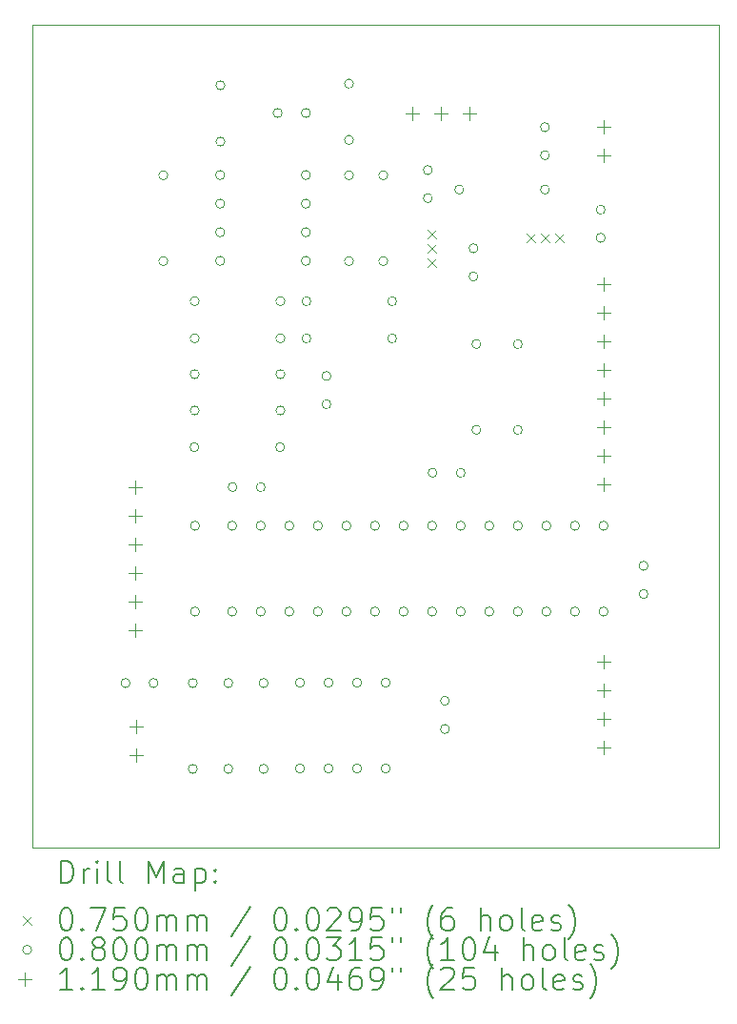
<source format=gbr>
%TF.GenerationSoftware,KiCad,Pcbnew,8.0.1*%
%TF.CreationDate,2024-06-15T11:11:00+01:00*%
%TF.ProjectId,MiniFilter3.2,4d696e69-4669-46c7-9465-72332e322e6b,rev?*%
%TF.SameCoordinates,Original*%
%TF.FileFunction,Drillmap*%
%TF.FilePolarity,Positive*%
%FSLAX45Y45*%
G04 Gerber Fmt 4.5, Leading zero omitted, Abs format (unit mm)*
G04 Created by KiCad (PCBNEW 8.0.1) date 2024-06-15 11:11:00*
%MOMM*%
%LPD*%
G01*
G04 APERTURE LIST*
%ADD10C,0.100000*%
%ADD11C,0.200000*%
%ADD12C,0.119000*%
G04 APERTURE END LIST*
D10*
X13157200Y-6464300D02*
X19265900Y-6464300D01*
X19265900Y-13766800D01*
X13157200Y-13766800D01*
X13157200Y-6464300D01*
D11*
D10*
X16675700Y-8281000D02*
X16750700Y-8356000D01*
X16750700Y-8281000D02*
X16675700Y-8356000D01*
X16675700Y-8408000D02*
X16750700Y-8483000D01*
X16750700Y-8408000D02*
X16675700Y-8483000D01*
X16675700Y-8535000D02*
X16750700Y-8610000D01*
X16750700Y-8535000D02*
X16675700Y-8610000D01*
X17552000Y-8319100D02*
X17627000Y-8394100D01*
X17627000Y-8319100D02*
X17552000Y-8394100D01*
X17679000Y-8319100D02*
X17754000Y-8394100D01*
X17754000Y-8319100D02*
X17679000Y-8394100D01*
X17806000Y-8319100D02*
X17881000Y-8394100D01*
X17881000Y-8319100D02*
X17806000Y-8394100D01*
X14026700Y-12306300D02*
G75*
G02*
X13946700Y-12306300I-40000J0D01*
G01*
X13946700Y-12306300D02*
G75*
G02*
X14026700Y-12306300I40000J0D01*
G01*
X14276700Y-12306300D02*
G75*
G02*
X14196700Y-12306300I-40000J0D01*
G01*
X14196700Y-12306300D02*
G75*
G02*
X14276700Y-12306300I40000J0D01*
G01*
X14363060Y-7797800D02*
G75*
G02*
X14283060Y-7797800I-40000J0D01*
G01*
X14283060Y-7797800D02*
G75*
G02*
X14363060Y-7797800I40000J0D01*
G01*
X14363060Y-8559800D02*
G75*
G02*
X14283060Y-8559800I-40000J0D01*
G01*
X14283060Y-8559800D02*
G75*
G02*
X14363060Y-8559800I40000J0D01*
G01*
X14625760Y-12306300D02*
G75*
G02*
X14545760Y-12306300I-40000J0D01*
G01*
X14545760Y-12306300D02*
G75*
G02*
X14625760Y-12306300I40000J0D01*
G01*
X14625760Y-13068300D02*
G75*
G02*
X14545760Y-13068300I-40000J0D01*
G01*
X14545760Y-13068300D02*
G75*
G02*
X14625760Y-13068300I40000J0D01*
G01*
X14639920Y-10210800D02*
G75*
G02*
X14559920Y-10210800I-40000J0D01*
G01*
X14559920Y-10210800D02*
G75*
G02*
X14639920Y-10210800I40000J0D01*
G01*
X14642460Y-8915400D02*
G75*
G02*
X14562460Y-8915400I-40000J0D01*
G01*
X14562460Y-8915400D02*
G75*
G02*
X14642460Y-8915400I40000J0D01*
G01*
X14642460Y-9245600D02*
G75*
G02*
X14562460Y-9245600I-40000J0D01*
G01*
X14562460Y-9245600D02*
G75*
G02*
X14642460Y-9245600I40000J0D01*
G01*
X14642460Y-9563100D02*
G75*
G02*
X14562460Y-9563100I-40000J0D01*
G01*
X14562460Y-9563100D02*
G75*
G02*
X14642460Y-9563100I40000J0D01*
G01*
X14642460Y-9885680D02*
G75*
G02*
X14562460Y-9885680I-40000J0D01*
G01*
X14562460Y-9885680D02*
G75*
G02*
X14642460Y-9885680I40000J0D01*
G01*
X14645000Y-10909300D02*
G75*
G02*
X14565000Y-10909300I-40000J0D01*
G01*
X14565000Y-10909300D02*
G75*
G02*
X14645000Y-10909300I40000J0D01*
G01*
X14645000Y-11671300D02*
G75*
G02*
X14565000Y-11671300I-40000J0D01*
G01*
X14565000Y-11671300D02*
G75*
G02*
X14645000Y-11671300I40000J0D01*
G01*
X14868520Y-7795260D02*
G75*
G02*
X14788520Y-7795260I-40000J0D01*
G01*
X14788520Y-7795260D02*
G75*
G02*
X14868520Y-7795260I40000J0D01*
G01*
X14868520Y-8049260D02*
G75*
G02*
X14788520Y-8049260I-40000J0D01*
G01*
X14788520Y-8049260D02*
G75*
G02*
X14868520Y-8049260I40000J0D01*
G01*
X14868520Y-8303260D02*
G75*
G02*
X14788520Y-8303260I-40000J0D01*
G01*
X14788520Y-8303260D02*
G75*
G02*
X14868520Y-8303260I40000J0D01*
G01*
X14868520Y-8557260D02*
G75*
G02*
X14788520Y-8557260I-40000J0D01*
G01*
X14788520Y-8557260D02*
G75*
G02*
X14868520Y-8557260I40000J0D01*
G01*
X14871060Y-6998080D02*
G75*
G02*
X14791060Y-6998080I-40000J0D01*
G01*
X14791060Y-6998080D02*
G75*
G02*
X14871060Y-6998080I40000J0D01*
G01*
X14871060Y-7498080D02*
G75*
G02*
X14791060Y-7498080I-40000J0D01*
G01*
X14791060Y-7498080D02*
G75*
G02*
X14871060Y-7498080I40000J0D01*
G01*
X14940720Y-12306300D02*
G75*
G02*
X14860720Y-12306300I-40000J0D01*
G01*
X14860720Y-12306300D02*
G75*
G02*
X14940720Y-12306300I40000J0D01*
G01*
X14940720Y-13068300D02*
G75*
G02*
X14860720Y-13068300I-40000J0D01*
G01*
X14860720Y-13068300D02*
G75*
G02*
X14940720Y-13068300I40000J0D01*
G01*
X14975200Y-10909300D02*
G75*
G02*
X14895200Y-10909300I-40000J0D01*
G01*
X14895200Y-10909300D02*
G75*
G02*
X14975200Y-10909300I40000J0D01*
G01*
X14975200Y-11671300D02*
G75*
G02*
X14895200Y-11671300I-40000J0D01*
G01*
X14895200Y-11671300D02*
G75*
G02*
X14975200Y-11671300I40000J0D01*
G01*
X14979200Y-10566400D02*
G75*
G02*
X14899200Y-10566400I-40000J0D01*
G01*
X14899200Y-10566400D02*
G75*
G02*
X14979200Y-10566400I40000J0D01*
G01*
X15229200Y-10566400D02*
G75*
G02*
X15149200Y-10566400I-40000J0D01*
G01*
X15149200Y-10566400D02*
G75*
G02*
X15229200Y-10566400I40000J0D01*
G01*
X15229200Y-10909300D02*
G75*
G02*
X15149200Y-10909300I-40000J0D01*
G01*
X15149200Y-10909300D02*
G75*
G02*
X15229200Y-10909300I40000J0D01*
G01*
X15229200Y-11671300D02*
G75*
G02*
X15149200Y-11671300I-40000J0D01*
G01*
X15149200Y-11671300D02*
G75*
G02*
X15229200Y-11671300I40000J0D01*
G01*
X15254600Y-12306300D02*
G75*
G02*
X15174600Y-12306300I-40000J0D01*
G01*
X15174600Y-12306300D02*
G75*
G02*
X15254600Y-12306300I40000J0D01*
G01*
X15254600Y-13068300D02*
G75*
G02*
X15174600Y-13068300I-40000J0D01*
G01*
X15174600Y-13068300D02*
G75*
G02*
X15254600Y-13068300I40000J0D01*
G01*
X15380520Y-7244080D02*
G75*
G02*
X15300520Y-7244080I-40000J0D01*
G01*
X15300520Y-7244080D02*
G75*
G02*
X15380520Y-7244080I40000J0D01*
G01*
X15401920Y-10210800D02*
G75*
G02*
X15321920Y-10210800I-40000J0D01*
G01*
X15321920Y-10210800D02*
G75*
G02*
X15401920Y-10210800I40000J0D01*
G01*
X15404460Y-8915400D02*
G75*
G02*
X15324460Y-8915400I-40000J0D01*
G01*
X15324460Y-8915400D02*
G75*
G02*
X15404460Y-8915400I40000J0D01*
G01*
X15404460Y-9245600D02*
G75*
G02*
X15324460Y-9245600I-40000J0D01*
G01*
X15324460Y-9245600D02*
G75*
G02*
X15404460Y-9245600I40000J0D01*
G01*
X15404460Y-9563100D02*
G75*
G02*
X15324460Y-9563100I-40000J0D01*
G01*
X15324460Y-9563100D02*
G75*
G02*
X15404460Y-9563100I40000J0D01*
G01*
X15404460Y-9885680D02*
G75*
G02*
X15324460Y-9885680I-40000J0D01*
G01*
X15324460Y-9885680D02*
G75*
G02*
X15404460Y-9885680I40000J0D01*
G01*
X15483200Y-10909300D02*
G75*
G02*
X15403200Y-10909300I-40000J0D01*
G01*
X15403200Y-10909300D02*
G75*
G02*
X15483200Y-10909300I40000J0D01*
G01*
X15483200Y-11671300D02*
G75*
G02*
X15403200Y-11671300I-40000J0D01*
G01*
X15403200Y-11671300D02*
G75*
G02*
X15483200Y-11671300I40000J0D01*
G01*
X15578260Y-12302720D02*
G75*
G02*
X15498260Y-12302720I-40000J0D01*
G01*
X15498260Y-12302720D02*
G75*
G02*
X15578260Y-12302720I40000J0D01*
G01*
X15578260Y-13064720D02*
G75*
G02*
X15498260Y-13064720I-40000J0D01*
G01*
X15498260Y-13064720D02*
G75*
G02*
X15578260Y-13064720I40000J0D01*
G01*
X15630520Y-7244080D02*
G75*
G02*
X15550520Y-7244080I-40000J0D01*
G01*
X15550520Y-7244080D02*
G75*
G02*
X15630520Y-7244080I40000J0D01*
G01*
X15630520Y-7795260D02*
G75*
G02*
X15550520Y-7795260I-40000J0D01*
G01*
X15550520Y-7795260D02*
G75*
G02*
X15630520Y-7795260I40000J0D01*
G01*
X15630520Y-8049260D02*
G75*
G02*
X15550520Y-8049260I-40000J0D01*
G01*
X15550520Y-8049260D02*
G75*
G02*
X15630520Y-8049260I40000J0D01*
G01*
X15630520Y-8303260D02*
G75*
G02*
X15550520Y-8303260I-40000J0D01*
G01*
X15550520Y-8303260D02*
G75*
G02*
X15630520Y-8303260I40000J0D01*
G01*
X15630520Y-8557260D02*
G75*
G02*
X15550520Y-8557260I-40000J0D01*
G01*
X15550520Y-8557260D02*
G75*
G02*
X15630520Y-8557260I40000J0D01*
G01*
X15635600Y-8915400D02*
G75*
G02*
X15555600Y-8915400I-40000J0D01*
G01*
X15555600Y-8915400D02*
G75*
G02*
X15635600Y-8915400I40000J0D01*
G01*
X15635600Y-9245600D02*
G75*
G02*
X15555600Y-9245600I-40000J0D01*
G01*
X15555600Y-9245600D02*
G75*
G02*
X15635600Y-9245600I40000J0D01*
G01*
X15737200Y-10909300D02*
G75*
G02*
X15657200Y-10909300I-40000J0D01*
G01*
X15657200Y-10909300D02*
G75*
G02*
X15737200Y-10909300I40000J0D01*
G01*
X15737200Y-11671300D02*
G75*
G02*
X15657200Y-11671300I-40000J0D01*
G01*
X15657200Y-11671300D02*
G75*
G02*
X15737200Y-11671300I40000J0D01*
G01*
X15813400Y-9579800D02*
G75*
G02*
X15733400Y-9579800I-40000J0D01*
G01*
X15733400Y-9579800D02*
G75*
G02*
X15813400Y-9579800I40000J0D01*
G01*
X15813400Y-9829800D02*
G75*
G02*
X15733400Y-9829800I-40000J0D01*
G01*
X15733400Y-9829800D02*
G75*
G02*
X15813400Y-9829800I40000J0D01*
G01*
X15832260Y-12302720D02*
G75*
G02*
X15752260Y-12302720I-40000J0D01*
G01*
X15752260Y-12302720D02*
G75*
G02*
X15832260Y-12302720I40000J0D01*
G01*
X15832260Y-13064720D02*
G75*
G02*
X15752260Y-13064720I-40000J0D01*
G01*
X15752260Y-13064720D02*
G75*
G02*
X15832260Y-13064720I40000J0D01*
G01*
X15991200Y-10909300D02*
G75*
G02*
X15911200Y-10909300I-40000J0D01*
G01*
X15911200Y-10909300D02*
G75*
G02*
X15991200Y-10909300I40000J0D01*
G01*
X15991200Y-11671300D02*
G75*
G02*
X15911200Y-11671300I-40000J0D01*
G01*
X15911200Y-11671300D02*
G75*
G02*
X15991200Y-11671300I40000J0D01*
G01*
X16014060Y-6982840D02*
G75*
G02*
X15934060Y-6982840I-40000J0D01*
G01*
X15934060Y-6982840D02*
G75*
G02*
X16014060Y-6982840I40000J0D01*
G01*
X16014060Y-7482840D02*
G75*
G02*
X15934060Y-7482840I-40000J0D01*
G01*
X15934060Y-7482840D02*
G75*
G02*
X16014060Y-7482840I40000J0D01*
G01*
X16014060Y-7797800D02*
G75*
G02*
X15934060Y-7797800I-40000J0D01*
G01*
X15934060Y-7797800D02*
G75*
G02*
X16014060Y-7797800I40000J0D01*
G01*
X16014060Y-8559800D02*
G75*
G02*
X15934060Y-8559800I-40000J0D01*
G01*
X15934060Y-8559800D02*
G75*
G02*
X16014060Y-8559800I40000J0D01*
G01*
X16086260Y-12302720D02*
G75*
G02*
X16006260Y-12302720I-40000J0D01*
G01*
X16006260Y-12302720D02*
G75*
G02*
X16086260Y-12302720I40000J0D01*
G01*
X16086260Y-13064720D02*
G75*
G02*
X16006260Y-13064720I-40000J0D01*
G01*
X16006260Y-13064720D02*
G75*
G02*
X16086260Y-13064720I40000J0D01*
G01*
X16245200Y-10909300D02*
G75*
G02*
X16165200Y-10909300I-40000J0D01*
G01*
X16165200Y-10909300D02*
G75*
G02*
X16245200Y-10909300I40000J0D01*
G01*
X16245200Y-11671300D02*
G75*
G02*
X16165200Y-11671300I-40000J0D01*
G01*
X16165200Y-11671300D02*
G75*
G02*
X16245200Y-11671300I40000J0D01*
G01*
X16318860Y-7797800D02*
G75*
G02*
X16238860Y-7797800I-40000J0D01*
G01*
X16238860Y-7797800D02*
G75*
G02*
X16318860Y-7797800I40000J0D01*
G01*
X16318860Y-8559800D02*
G75*
G02*
X16238860Y-8559800I-40000J0D01*
G01*
X16238860Y-8559800D02*
G75*
G02*
X16318860Y-8559800I40000J0D01*
G01*
X16340260Y-12302720D02*
G75*
G02*
X16260260Y-12302720I-40000J0D01*
G01*
X16260260Y-12302720D02*
G75*
G02*
X16340260Y-12302720I40000J0D01*
G01*
X16340260Y-13064720D02*
G75*
G02*
X16260260Y-13064720I-40000J0D01*
G01*
X16260260Y-13064720D02*
G75*
G02*
X16340260Y-13064720I40000J0D01*
G01*
X16397600Y-8915400D02*
G75*
G02*
X16317600Y-8915400I-40000J0D01*
G01*
X16317600Y-8915400D02*
G75*
G02*
X16397600Y-8915400I40000J0D01*
G01*
X16397600Y-9245600D02*
G75*
G02*
X16317600Y-9245600I-40000J0D01*
G01*
X16317600Y-9245600D02*
G75*
G02*
X16397600Y-9245600I40000J0D01*
G01*
X16499200Y-10909300D02*
G75*
G02*
X16419200Y-10909300I-40000J0D01*
G01*
X16419200Y-10909300D02*
G75*
G02*
X16499200Y-10909300I40000J0D01*
G01*
X16499200Y-11671300D02*
G75*
G02*
X16419200Y-11671300I-40000J0D01*
G01*
X16419200Y-11671300D02*
G75*
G02*
X16499200Y-11671300I40000J0D01*
G01*
X16715100Y-7751000D02*
G75*
G02*
X16635100Y-7751000I-40000J0D01*
G01*
X16635100Y-7751000D02*
G75*
G02*
X16715100Y-7751000I40000J0D01*
G01*
X16715100Y-8001000D02*
G75*
G02*
X16635100Y-8001000I-40000J0D01*
G01*
X16635100Y-8001000D02*
G75*
G02*
X16715100Y-8001000I40000J0D01*
G01*
X16753200Y-10909300D02*
G75*
G02*
X16673200Y-10909300I-40000J0D01*
G01*
X16673200Y-10909300D02*
G75*
G02*
X16753200Y-10909300I40000J0D01*
G01*
X16753200Y-11671300D02*
G75*
G02*
X16673200Y-11671300I-40000J0D01*
G01*
X16673200Y-11671300D02*
G75*
G02*
X16753200Y-11671300I40000J0D01*
G01*
X16757200Y-10439400D02*
G75*
G02*
X16677200Y-10439400I-40000J0D01*
G01*
X16677200Y-10439400D02*
G75*
G02*
X16757200Y-10439400I40000J0D01*
G01*
X16867500Y-12464200D02*
G75*
G02*
X16787500Y-12464200I-40000J0D01*
G01*
X16787500Y-12464200D02*
G75*
G02*
X16867500Y-12464200I40000J0D01*
G01*
X16867500Y-12714200D02*
G75*
G02*
X16787500Y-12714200I-40000J0D01*
G01*
X16787500Y-12714200D02*
G75*
G02*
X16867500Y-12714200I40000J0D01*
G01*
X16994500Y-7924800D02*
G75*
G02*
X16914500Y-7924800I-40000J0D01*
G01*
X16914500Y-7924800D02*
G75*
G02*
X16994500Y-7924800I40000J0D01*
G01*
X17007200Y-10439400D02*
G75*
G02*
X16927200Y-10439400I-40000J0D01*
G01*
X16927200Y-10439400D02*
G75*
G02*
X17007200Y-10439400I40000J0D01*
G01*
X17007200Y-10909300D02*
G75*
G02*
X16927200Y-10909300I-40000J0D01*
G01*
X16927200Y-10909300D02*
G75*
G02*
X17007200Y-10909300I40000J0D01*
G01*
X17007200Y-11671300D02*
G75*
G02*
X16927200Y-11671300I-40000J0D01*
G01*
X16927200Y-11671300D02*
G75*
G02*
X17007200Y-11671300I40000J0D01*
G01*
X17121500Y-8445500D02*
G75*
G02*
X17041500Y-8445500I-40000J0D01*
G01*
X17041500Y-8445500D02*
G75*
G02*
X17121500Y-8445500I40000J0D01*
G01*
X17121500Y-8695500D02*
G75*
G02*
X17041500Y-8695500I-40000J0D01*
G01*
X17041500Y-8695500D02*
G75*
G02*
X17121500Y-8695500I40000J0D01*
G01*
X17146900Y-9296400D02*
G75*
G02*
X17066900Y-9296400I-40000J0D01*
G01*
X17066900Y-9296400D02*
G75*
G02*
X17146900Y-9296400I40000J0D01*
G01*
X17146900Y-10058400D02*
G75*
G02*
X17066900Y-10058400I-40000J0D01*
G01*
X17066900Y-10058400D02*
G75*
G02*
X17146900Y-10058400I40000J0D01*
G01*
X17261200Y-10909300D02*
G75*
G02*
X17181200Y-10909300I-40000J0D01*
G01*
X17181200Y-10909300D02*
G75*
G02*
X17261200Y-10909300I40000J0D01*
G01*
X17261200Y-11671300D02*
G75*
G02*
X17181200Y-11671300I-40000J0D01*
G01*
X17181200Y-11671300D02*
G75*
G02*
X17261200Y-11671300I40000J0D01*
G01*
X17515200Y-9296400D02*
G75*
G02*
X17435200Y-9296400I-40000J0D01*
G01*
X17435200Y-9296400D02*
G75*
G02*
X17515200Y-9296400I40000J0D01*
G01*
X17515200Y-10058400D02*
G75*
G02*
X17435200Y-10058400I-40000J0D01*
G01*
X17435200Y-10058400D02*
G75*
G02*
X17515200Y-10058400I40000J0D01*
G01*
X17515200Y-10909300D02*
G75*
G02*
X17435200Y-10909300I-40000J0D01*
G01*
X17435200Y-10909300D02*
G75*
G02*
X17515200Y-10909300I40000J0D01*
G01*
X17515200Y-11671300D02*
G75*
G02*
X17435200Y-11671300I-40000J0D01*
G01*
X17435200Y-11671300D02*
G75*
G02*
X17515200Y-11671300I40000J0D01*
G01*
X17756500Y-7370000D02*
G75*
G02*
X17676500Y-7370000I-40000J0D01*
G01*
X17676500Y-7370000D02*
G75*
G02*
X17756500Y-7370000I40000J0D01*
G01*
X17756500Y-7620000D02*
G75*
G02*
X17676500Y-7620000I-40000J0D01*
G01*
X17676500Y-7620000D02*
G75*
G02*
X17756500Y-7620000I40000J0D01*
G01*
X17756500Y-7924800D02*
G75*
G02*
X17676500Y-7924800I-40000J0D01*
G01*
X17676500Y-7924800D02*
G75*
G02*
X17756500Y-7924800I40000J0D01*
G01*
X17769200Y-10909300D02*
G75*
G02*
X17689200Y-10909300I-40000J0D01*
G01*
X17689200Y-10909300D02*
G75*
G02*
X17769200Y-10909300I40000J0D01*
G01*
X17769200Y-11671300D02*
G75*
G02*
X17689200Y-11671300I-40000J0D01*
G01*
X17689200Y-11671300D02*
G75*
G02*
X17769200Y-11671300I40000J0D01*
G01*
X18023200Y-10909300D02*
G75*
G02*
X17943200Y-10909300I-40000J0D01*
G01*
X17943200Y-10909300D02*
G75*
G02*
X18023200Y-10909300I40000J0D01*
G01*
X18023200Y-11671300D02*
G75*
G02*
X17943200Y-11671300I-40000J0D01*
G01*
X17943200Y-11671300D02*
G75*
G02*
X18023200Y-11671300I40000J0D01*
G01*
X18251800Y-8102600D02*
G75*
G02*
X18171800Y-8102600I-40000J0D01*
G01*
X18171800Y-8102600D02*
G75*
G02*
X18251800Y-8102600I40000J0D01*
G01*
X18251800Y-8352600D02*
G75*
G02*
X18171800Y-8352600I-40000J0D01*
G01*
X18171800Y-8352600D02*
G75*
G02*
X18251800Y-8352600I40000J0D01*
G01*
X18277200Y-10909300D02*
G75*
G02*
X18197200Y-10909300I-40000J0D01*
G01*
X18197200Y-10909300D02*
G75*
G02*
X18277200Y-10909300I40000J0D01*
G01*
X18277200Y-11671300D02*
G75*
G02*
X18197200Y-11671300I-40000J0D01*
G01*
X18197200Y-11671300D02*
G75*
G02*
X18277200Y-11671300I40000J0D01*
G01*
X18632800Y-11264900D02*
G75*
G02*
X18552800Y-11264900I-40000J0D01*
G01*
X18552800Y-11264900D02*
G75*
G02*
X18632800Y-11264900I40000J0D01*
G01*
X18632800Y-11514900D02*
G75*
G02*
X18552800Y-11514900I-40000J0D01*
G01*
X18552800Y-11514900D02*
G75*
G02*
X18632800Y-11514900I40000J0D01*
G01*
D12*
X14071600Y-10506900D02*
X14071600Y-10625900D01*
X14012100Y-10566400D02*
X14131100Y-10566400D01*
X14071600Y-10760900D02*
X14071600Y-10879900D01*
X14012100Y-10820400D02*
X14131100Y-10820400D01*
X14071600Y-11014900D02*
X14071600Y-11133900D01*
X14012100Y-11074400D02*
X14131100Y-11074400D01*
X14071600Y-11268900D02*
X14071600Y-11387900D01*
X14012100Y-11328400D02*
X14131100Y-11328400D01*
X14071600Y-11522900D02*
X14071600Y-11641900D01*
X14012100Y-11582400D02*
X14131100Y-11582400D01*
X14071600Y-11776900D02*
X14071600Y-11895900D01*
X14012100Y-11836400D02*
X14131100Y-11836400D01*
X14084300Y-12629300D02*
X14084300Y-12748300D01*
X14024800Y-12688800D02*
X14143800Y-12688800D01*
X14084300Y-12883300D02*
X14084300Y-13002300D01*
X14024800Y-12942800D02*
X14143800Y-12942800D01*
X16535400Y-7187120D02*
X16535400Y-7306120D01*
X16475900Y-7246620D02*
X16594900Y-7246620D01*
X16789400Y-7187120D02*
X16789400Y-7306120D01*
X16729900Y-7246620D02*
X16848900Y-7246620D01*
X17043400Y-7187120D02*
X17043400Y-7306120D01*
X16983900Y-7246620D02*
X17102900Y-7246620D01*
X18237200Y-7306500D02*
X18237200Y-7425500D01*
X18177700Y-7366000D02*
X18296700Y-7366000D01*
X18237200Y-7560500D02*
X18237200Y-7679500D01*
X18177700Y-7620000D02*
X18296700Y-7620000D01*
X18237200Y-8706040D02*
X18237200Y-8825040D01*
X18177700Y-8765540D02*
X18296700Y-8765540D01*
X18237200Y-8960040D02*
X18237200Y-9079040D01*
X18177700Y-9019540D02*
X18296700Y-9019540D01*
X18237200Y-9214040D02*
X18237200Y-9333040D01*
X18177700Y-9273540D02*
X18296700Y-9273540D01*
X18237200Y-9468040D02*
X18237200Y-9587040D01*
X18177700Y-9527540D02*
X18296700Y-9527540D01*
X18237200Y-9722040D02*
X18237200Y-9841040D01*
X18177700Y-9781540D02*
X18296700Y-9781540D01*
X18237200Y-9976040D02*
X18237200Y-10095040D01*
X18177700Y-10035540D02*
X18296700Y-10035540D01*
X18237200Y-10230040D02*
X18237200Y-10349040D01*
X18177700Y-10289540D02*
X18296700Y-10289540D01*
X18237200Y-10484040D02*
X18237200Y-10603040D01*
X18177700Y-10543540D02*
X18296700Y-10543540D01*
X18237200Y-12056300D02*
X18237200Y-12175300D01*
X18177700Y-12115800D02*
X18296700Y-12115800D01*
X18237200Y-12310300D02*
X18237200Y-12429300D01*
X18177700Y-12369800D02*
X18296700Y-12369800D01*
X18237200Y-12564300D02*
X18237200Y-12683300D01*
X18177700Y-12623800D02*
X18296700Y-12623800D01*
X18237200Y-12818300D02*
X18237200Y-12937300D01*
X18177700Y-12877800D02*
X18296700Y-12877800D01*
D11*
X13412977Y-14083284D02*
X13412977Y-13883284D01*
X13412977Y-13883284D02*
X13460596Y-13883284D01*
X13460596Y-13883284D02*
X13489167Y-13892808D01*
X13489167Y-13892808D02*
X13508215Y-13911855D01*
X13508215Y-13911855D02*
X13517739Y-13930903D01*
X13517739Y-13930903D02*
X13527262Y-13968998D01*
X13527262Y-13968998D02*
X13527262Y-13997569D01*
X13527262Y-13997569D02*
X13517739Y-14035665D01*
X13517739Y-14035665D02*
X13508215Y-14054712D01*
X13508215Y-14054712D02*
X13489167Y-14073760D01*
X13489167Y-14073760D02*
X13460596Y-14083284D01*
X13460596Y-14083284D02*
X13412977Y-14083284D01*
X13612977Y-14083284D02*
X13612977Y-13949950D01*
X13612977Y-13988046D02*
X13622501Y-13968998D01*
X13622501Y-13968998D02*
X13632024Y-13959474D01*
X13632024Y-13959474D02*
X13651072Y-13949950D01*
X13651072Y-13949950D02*
X13670120Y-13949950D01*
X13736786Y-14083284D02*
X13736786Y-13949950D01*
X13736786Y-13883284D02*
X13727262Y-13892808D01*
X13727262Y-13892808D02*
X13736786Y-13902331D01*
X13736786Y-13902331D02*
X13746310Y-13892808D01*
X13746310Y-13892808D02*
X13736786Y-13883284D01*
X13736786Y-13883284D02*
X13736786Y-13902331D01*
X13860596Y-14083284D02*
X13841548Y-14073760D01*
X13841548Y-14073760D02*
X13832024Y-14054712D01*
X13832024Y-14054712D02*
X13832024Y-13883284D01*
X13965358Y-14083284D02*
X13946310Y-14073760D01*
X13946310Y-14073760D02*
X13936786Y-14054712D01*
X13936786Y-14054712D02*
X13936786Y-13883284D01*
X14193929Y-14083284D02*
X14193929Y-13883284D01*
X14193929Y-13883284D02*
X14260596Y-14026141D01*
X14260596Y-14026141D02*
X14327262Y-13883284D01*
X14327262Y-13883284D02*
X14327262Y-14083284D01*
X14508215Y-14083284D02*
X14508215Y-13978522D01*
X14508215Y-13978522D02*
X14498691Y-13959474D01*
X14498691Y-13959474D02*
X14479643Y-13949950D01*
X14479643Y-13949950D02*
X14441548Y-13949950D01*
X14441548Y-13949950D02*
X14422501Y-13959474D01*
X14508215Y-14073760D02*
X14489167Y-14083284D01*
X14489167Y-14083284D02*
X14441548Y-14083284D01*
X14441548Y-14083284D02*
X14422501Y-14073760D01*
X14422501Y-14073760D02*
X14412977Y-14054712D01*
X14412977Y-14054712D02*
X14412977Y-14035665D01*
X14412977Y-14035665D02*
X14422501Y-14016617D01*
X14422501Y-14016617D02*
X14441548Y-14007093D01*
X14441548Y-14007093D02*
X14489167Y-14007093D01*
X14489167Y-14007093D02*
X14508215Y-13997569D01*
X14603453Y-13949950D02*
X14603453Y-14149950D01*
X14603453Y-13959474D02*
X14622501Y-13949950D01*
X14622501Y-13949950D02*
X14660596Y-13949950D01*
X14660596Y-13949950D02*
X14679643Y-13959474D01*
X14679643Y-13959474D02*
X14689167Y-13968998D01*
X14689167Y-13968998D02*
X14698691Y-13988046D01*
X14698691Y-13988046D02*
X14698691Y-14045188D01*
X14698691Y-14045188D02*
X14689167Y-14064236D01*
X14689167Y-14064236D02*
X14679643Y-14073760D01*
X14679643Y-14073760D02*
X14660596Y-14083284D01*
X14660596Y-14083284D02*
X14622501Y-14083284D01*
X14622501Y-14083284D02*
X14603453Y-14073760D01*
X14784405Y-14064236D02*
X14793929Y-14073760D01*
X14793929Y-14073760D02*
X14784405Y-14083284D01*
X14784405Y-14083284D02*
X14774882Y-14073760D01*
X14774882Y-14073760D02*
X14784405Y-14064236D01*
X14784405Y-14064236D02*
X14784405Y-14083284D01*
X14784405Y-13959474D02*
X14793929Y-13968998D01*
X14793929Y-13968998D02*
X14784405Y-13978522D01*
X14784405Y-13978522D02*
X14774882Y-13968998D01*
X14774882Y-13968998D02*
X14784405Y-13959474D01*
X14784405Y-13959474D02*
X14784405Y-13978522D01*
D10*
X13077200Y-14374300D02*
X13152200Y-14449300D01*
X13152200Y-14374300D02*
X13077200Y-14449300D01*
D11*
X13451072Y-14303284D02*
X13470120Y-14303284D01*
X13470120Y-14303284D02*
X13489167Y-14312808D01*
X13489167Y-14312808D02*
X13498691Y-14322331D01*
X13498691Y-14322331D02*
X13508215Y-14341379D01*
X13508215Y-14341379D02*
X13517739Y-14379474D01*
X13517739Y-14379474D02*
X13517739Y-14427093D01*
X13517739Y-14427093D02*
X13508215Y-14465188D01*
X13508215Y-14465188D02*
X13498691Y-14484236D01*
X13498691Y-14484236D02*
X13489167Y-14493760D01*
X13489167Y-14493760D02*
X13470120Y-14503284D01*
X13470120Y-14503284D02*
X13451072Y-14503284D01*
X13451072Y-14503284D02*
X13432024Y-14493760D01*
X13432024Y-14493760D02*
X13422501Y-14484236D01*
X13422501Y-14484236D02*
X13412977Y-14465188D01*
X13412977Y-14465188D02*
X13403453Y-14427093D01*
X13403453Y-14427093D02*
X13403453Y-14379474D01*
X13403453Y-14379474D02*
X13412977Y-14341379D01*
X13412977Y-14341379D02*
X13422501Y-14322331D01*
X13422501Y-14322331D02*
X13432024Y-14312808D01*
X13432024Y-14312808D02*
X13451072Y-14303284D01*
X13603453Y-14484236D02*
X13612977Y-14493760D01*
X13612977Y-14493760D02*
X13603453Y-14503284D01*
X13603453Y-14503284D02*
X13593929Y-14493760D01*
X13593929Y-14493760D02*
X13603453Y-14484236D01*
X13603453Y-14484236D02*
X13603453Y-14503284D01*
X13679643Y-14303284D02*
X13812977Y-14303284D01*
X13812977Y-14303284D02*
X13727262Y-14503284D01*
X13984405Y-14303284D02*
X13889167Y-14303284D01*
X13889167Y-14303284D02*
X13879643Y-14398522D01*
X13879643Y-14398522D02*
X13889167Y-14388998D01*
X13889167Y-14388998D02*
X13908215Y-14379474D01*
X13908215Y-14379474D02*
X13955834Y-14379474D01*
X13955834Y-14379474D02*
X13974882Y-14388998D01*
X13974882Y-14388998D02*
X13984405Y-14398522D01*
X13984405Y-14398522D02*
X13993929Y-14417569D01*
X13993929Y-14417569D02*
X13993929Y-14465188D01*
X13993929Y-14465188D02*
X13984405Y-14484236D01*
X13984405Y-14484236D02*
X13974882Y-14493760D01*
X13974882Y-14493760D02*
X13955834Y-14503284D01*
X13955834Y-14503284D02*
X13908215Y-14503284D01*
X13908215Y-14503284D02*
X13889167Y-14493760D01*
X13889167Y-14493760D02*
X13879643Y-14484236D01*
X14117739Y-14303284D02*
X14136786Y-14303284D01*
X14136786Y-14303284D02*
X14155834Y-14312808D01*
X14155834Y-14312808D02*
X14165358Y-14322331D01*
X14165358Y-14322331D02*
X14174882Y-14341379D01*
X14174882Y-14341379D02*
X14184405Y-14379474D01*
X14184405Y-14379474D02*
X14184405Y-14427093D01*
X14184405Y-14427093D02*
X14174882Y-14465188D01*
X14174882Y-14465188D02*
X14165358Y-14484236D01*
X14165358Y-14484236D02*
X14155834Y-14493760D01*
X14155834Y-14493760D02*
X14136786Y-14503284D01*
X14136786Y-14503284D02*
X14117739Y-14503284D01*
X14117739Y-14503284D02*
X14098691Y-14493760D01*
X14098691Y-14493760D02*
X14089167Y-14484236D01*
X14089167Y-14484236D02*
X14079643Y-14465188D01*
X14079643Y-14465188D02*
X14070120Y-14427093D01*
X14070120Y-14427093D02*
X14070120Y-14379474D01*
X14070120Y-14379474D02*
X14079643Y-14341379D01*
X14079643Y-14341379D02*
X14089167Y-14322331D01*
X14089167Y-14322331D02*
X14098691Y-14312808D01*
X14098691Y-14312808D02*
X14117739Y-14303284D01*
X14270120Y-14503284D02*
X14270120Y-14369950D01*
X14270120Y-14388998D02*
X14279643Y-14379474D01*
X14279643Y-14379474D02*
X14298691Y-14369950D01*
X14298691Y-14369950D02*
X14327263Y-14369950D01*
X14327263Y-14369950D02*
X14346310Y-14379474D01*
X14346310Y-14379474D02*
X14355834Y-14398522D01*
X14355834Y-14398522D02*
X14355834Y-14503284D01*
X14355834Y-14398522D02*
X14365358Y-14379474D01*
X14365358Y-14379474D02*
X14384405Y-14369950D01*
X14384405Y-14369950D02*
X14412977Y-14369950D01*
X14412977Y-14369950D02*
X14432024Y-14379474D01*
X14432024Y-14379474D02*
X14441548Y-14398522D01*
X14441548Y-14398522D02*
X14441548Y-14503284D01*
X14536786Y-14503284D02*
X14536786Y-14369950D01*
X14536786Y-14388998D02*
X14546310Y-14379474D01*
X14546310Y-14379474D02*
X14565358Y-14369950D01*
X14565358Y-14369950D02*
X14593929Y-14369950D01*
X14593929Y-14369950D02*
X14612977Y-14379474D01*
X14612977Y-14379474D02*
X14622501Y-14398522D01*
X14622501Y-14398522D02*
X14622501Y-14503284D01*
X14622501Y-14398522D02*
X14632024Y-14379474D01*
X14632024Y-14379474D02*
X14651072Y-14369950D01*
X14651072Y-14369950D02*
X14679643Y-14369950D01*
X14679643Y-14369950D02*
X14698691Y-14379474D01*
X14698691Y-14379474D02*
X14708215Y-14398522D01*
X14708215Y-14398522D02*
X14708215Y-14503284D01*
X15098691Y-14293760D02*
X14927263Y-14550903D01*
X15355834Y-14303284D02*
X15374882Y-14303284D01*
X15374882Y-14303284D02*
X15393929Y-14312808D01*
X15393929Y-14312808D02*
X15403453Y-14322331D01*
X15403453Y-14322331D02*
X15412977Y-14341379D01*
X15412977Y-14341379D02*
X15422501Y-14379474D01*
X15422501Y-14379474D02*
X15422501Y-14427093D01*
X15422501Y-14427093D02*
X15412977Y-14465188D01*
X15412977Y-14465188D02*
X15403453Y-14484236D01*
X15403453Y-14484236D02*
X15393929Y-14493760D01*
X15393929Y-14493760D02*
X15374882Y-14503284D01*
X15374882Y-14503284D02*
X15355834Y-14503284D01*
X15355834Y-14503284D02*
X15336786Y-14493760D01*
X15336786Y-14493760D02*
X15327263Y-14484236D01*
X15327263Y-14484236D02*
X15317739Y-14465188D01*
X15317739Y-14465188D02*
X15308215Y-14427093D01*
X15308215Y-14427093D02*
X15308215Y-14379474D01*
X15308215Y-14379474D02*
X15317739Y-14341379D01*
X15317739Y-14341379D02*
X15327263Y-14322331D01*
X15327263Y-14322331D02*
X15336786Y-14312808D01*
X15336786Y-14312808D02*
X15355834Y-14303284D01*
X15508215Y-14484236D02*
X15517739Y-14493760D01*
X15517739Y-14493760D02*
X15508215Y-14503284D01*
X15508215Y-14503284D02*
X15498691Y-14493760D01*
X15498691Y-14493760D02*
X15508215Y-14484236D01*
X15508215Y-14484236D02*
X15508215Y-14503284D01*
X15641548Y-14303284D02*
X15660596Y-14303284D01*
X15660596Y-14303284D02*
X15679644Y-14312808D01*
X15679644Y-14312808D02*
X15689167Y-14322331D01*
X15689167Y-14322331D02*
X15698691Y-14341379D01*
X15698691Y-14341379D02*
X15708215Y-14379474D01*
X15708215Y-14379474D02*
X15708215Y-14427093D01*
X15708215Y-14427093D02*
X15698691Y-14465188D01*
X15698691Y-14465188D02*
X15689167Y-14484236D01*
X15689167Y-14484236D02*
X15679644Y-14493760D01*
X15679644Y-14493760D02*
X15660596Y-14503284D01*
X15660596Y-14503284D02*
X15641548Y-14503284D01*
X15641548Y-14503284D02*
X15622501Y-14493760D01*
X15622501Y-14493760D02*
X15612977Y-14484236D01*
X15612977Y-14484236D02*
X15603453Y-14465188D01*
X15603453Y-14465188D02*
X15593929Y-14427093D01*
X15593929Y-14427093D02*
X15593929Y-14379474D01*
X15593929Y-14379474D02*
X15603453Y-14341379D01*
X15603453Y-14341379D02*
X15612977Y-14322331D01*
X15612977Y-14322331D02*
X15622501Y-14312808D01*
X15622501Y-14312808D02*
X15641548Y-14303284D01*
X15784406Y-14322331D02*
X15793929Y-14312808D01*
X15793929Y-14312808D02*
X15812977Y-14303284D01*
X15812977Y-14303284D02*
X15860596Y-14303284D01*
X15860596Y-14303284D02*
X15879644Y-14312808D01*
X15879644Y-14312808D02*
X15889167Y-14322331D01*
X15889167Y-14322331D02*
X15898691Y-14341379D01*
X15898691Y-14341379D02*
X15898691Y-14360427D01*
X15898691Y-14360427D02*
X15889167Y-14388998D01*
X15889167Y-14388998D02*
X15774882Y-14503284D01*
X15774882Y-14503284D02*
X15898691Y-14503284D01*
X15993929Y-14503284D02*
X16032025Y-14503284D01*
X16032025Y-14503284D02*
X16051072Y-14493760D01*
X16051072Y-14493760D02*
X16060596Y-14484236D01*
X16060596Y-14484236D02*
X16079644Y-14455665D01*
X16079644Y-14455665D02*
X16089167Y-14417569D01*
X16089167Y-14417569D02*
X16089167Y-14341379D01*
X16089167Y-14341379D02*
X16079644Y-14322331D01*
X16079644Y-14322331D02*
X16070120Y-14312808D01*
X16070120Y-14312808D02*
X16051072Y-14303284D01*
X16051072Y-14303284D02*
X16012977Y-14303284D01*
X16012977Y-14303284D02*
X15993929Y-14312808D01*
X15993929Y-14312808D02*
X15984406Y-14322331D01*
X15984406Y-14322331D02*
X15974882Y-14341379D01*
X15974882Y-14341379D02*
X15974882Y-14388998D01*
X15974882Y-14388998D02*
X15984406Y-14408046D01*
X15984406Y-14408046D02*
X15993929Y-14417569D01*
X15993929Y-14417569D02*
X16012977Y-14427093D01*
X16012977Y-14427093D02*
X16051072Y-14427093D01*
X16051072Y-14427093D02*
X16070120Y-14417569D01*
X16070120Y-14417569D02*
X16079644Y-14408046D01*
X16079644Y-14408046D02*
X16089167Y-14388998D01*
X16270120Y-14303284D02*
X16174882Y-14303284D01*
X16174882Y-14303284D02*
X16165358Y-14398522D01*
X16165358Y-14398522D02*
X16174882Y-14388998D01*
X16174882Y-14388998D02*
X16193929Y-14379474D01*
X16193929Y-14379474D02*
X16241548Y-14379474D01*
X16241548Y-14379474D02*
X16260596Y-14388998D01*
X16260596Y-14388998D02*
X16270120Y-14398522D01*
X16270120Y-14398522D02*
X16279644Y-14417569D01*
X16279644Y-14417569D02*
X16279644Y-14465188D01*
X16279644Y-14465188D02*
X16270120Y-14484236D01*
X16270120Y-14484236D02*
X16260596Y-14493760D01*
X16260596Y-14493760D02*
X16241548Y-14503284D01*
X16241548Y-14503284D02*
X16193929Y-14503284D01*
X16193929Y-14503284D02*
X16174882Y-14493760D01*
X16174882Y-14493760D02*
X16165358Y-14484236D01*
X16355834Y-14303284D02*
X16355834Y-14341379D01*
X16432025Y-14303284D02*
X16432025Y-14341379D01*
X16727263Y-14579474D02*
X16717739Y-14569950D01*
X16717739Y-14569950D02*
X16698691Y-14541379D01*
X16698691Y-14541379D02*
X16689168Y-14522331D01*
X16689168Y-14522331D02*
X16679644Y-14493760D01*
X16679644Y-14493760D02*
X16670120Y-14446141D01*
X16670120Y-14446141D02*
X16670120Y-14408046D01*
X16670120Y-14408046D02*
X16679644Y-14360427D01*
X16679644Y-14360427D02*
X16689168Y-14331855D01*
X16689168Y-14331855D02*
X16698691Y-14312808D01*
X16698691Y-14312808D02*
X16717739Y-14284236D01*
X16717739Y-14284236D02*
X16727263Y-14274712D01*
X16889168Y-14303284D02*
X16851072Y-14303284D01*
X16851072Y-14303284D02*
X16832025Y-14312808D01*
X16832025Y-14312808D02*
X16822501Y-14322331D01*
X16822501Y-14322331D02*
X16803453Y-14350903D01*
X16803453Y-14350903D02*
X16793930Y-14388998D01*
X16793930Y-14388998D02*
X16793930Y-14465188D01*
X16793930Y-14465188D02*
X16803453Y-14484236D01*
X16803453Y-14484236D02*
X16812977Y-14493760D01*
X16812977Y-14493760D02*
X16832025Y-14503284D01*
X16832025Y-14503284D02*
X16870120Y-14503284D01*
X16870120Y-14503284D02*
X16889168Y-14493760D01*
X16889168Y-14493760D02*
X16898691Y-14484236D01*
X16898691Y-14484236D02*
X16908215Y-14465188D01*
X16908215Y-14465188D02*
X16908215Y-14417569D01*
X16908215Y-14417569D02*
X16898691Y-14398522D01*
X16898691Y-14398522D02*
X16889168Y-14388998D01*
X16889168Y-14388998D02*
X16870120Y-14379474D01*
X16870120Y-14379474D02*
X16832025Y-14379474D01*
X16832025Y-14379474D02*
X16812977Y-14388998D01*
X16812977Y-14388998D02*
X16803453Y-14398522D01*
X16803453Y-14398522D02*
X16793930Y-14417569D01*
X17146311Y-14503284D02*
X17146311Y-14303284D01*
X17232025Y-14503284D02*
X17232025Y-14398522D01*
X17232025Y-14398522D02*
X17222501Y-14379474D01*
X17222501Y-14379474D02*
X17203453Y-14369950D01*
X17203453Y-14369950D02*
X17174882Y-14369950D01*
X17174882Y-14369950D02*
X17155834Y-14379474D01*
X17155834Y-14379474D02*
X17146311Y-14388998D01*
X17355834Y-14503284D02*
X17336787Y-14493760D01*
X17336787Y-14493760D02*
X17327263Y-14484236D01*
X17327263Y-14484236D02*
X17317739Y-14465188D01*
X17317739Y-14465188D02*
X17317739Y-14408046D01*
X17317739Y-14408046D02*
X17327263Y-14388998D01*
X17327263Y-14388998D02*
X17336787Y-14379474D01*
X17336787Y-14379474D02*
X17355834Y-14369950D01*
X17355834Y-14369950D02*
X17384406Y-14369950D01*
X17384406Y-14369950D02*
X17403453Y-14379474D01*
X17403453Y-14379474D02*
X17412977Y-14388998D01*
X17412977Y-14388998D02*
X17422501Y-14408046D01*
X17422501Y-14408046D02*
X17422501Y-14465188D01*
X17422501Y-14465188D02*
X17412977Y-14484236D01*
X17412977Y-14484236D02*
X17403453Y-14493760D01*
X17403453Y-14493760D02*
X17384406Y-14503284D01*
X17384406Y-14503284D02*
X17355834Y-14503284D01*
X17536787Y-14503284D02*
X17517739Y-14493760D01*
X17517739Y-14493760D02*
X17508215Y-14474712D01*
X17508215Y-14474712D02*
X17508215Y-14303284D01*
X17689168Y-14493760D02*
X17670120Y-14503284D01*
X17670120Y-14503284D02*
X17632025Y-14503284D01*
X17632025Y-14503284D02*
X17612977Y-14493760D01*
X17612977Y-14493760D02*
X17603453Y-14474712D01*
X17603453Y-14474712D02*
X17603453Y-14398522D01*
X17603453Y-14398522D02*
X17612977Y-14379474D01*
X17612977Y-14379474D02*
X17632025Y-14369950D01*
X17632025Y-14369950D02*
X17670120Y-14369950D01*
X17670120Y-14369950D02*
X17689168Y-14379474D01*
X17689168Y-14379474D02*
X17698692Y-14398522D01*
X17698692Y-14398522D02*
X17698692Y-14417569D01*
X17698692Y-14417569D02*
X17603453Y-14436617D01*
X17774882Y-14493760D02*
X17793930Y-14503284D01*
X17793930Y-14503284D02*
X17832025Y-14503284D01*
X17832025Y-14503284D02*
X17851073Y-14493760D01*
X17851073Y-14493760D02*
X17860596Y-14474712D01*
X17860596Y-14474712D02*
X17860596Y-14465188D01*
X17860596Y-14465188D02*
X17851073Y-14446141D01*
X17851073Y-14446141D02*
X17832025Y-14436617D01*
X17832025Y-14436617D02*
X17803453Y-14436617D01*
X17803453Y-14436617D02*
X17784406Y-14427093D01*
X17784406Y-14427093D02*
X17774882Y-14408046D01*
X17774882Y-14408046D02*
X17774882Y-14398522D01*
X17774882Y-14398522D02*
X17784406Y-14379474D01*
X17784406Y-14379474D02*
X17803453Y-14369950D01*
X17803453Y-14369950D02*
X17832025Y-14369950D01*
X17832025Y-14369950D02*
X17851073Y-14379474D01*
X17927263Y-14579474D02*
X17936787Y-14569950D01*
X17936787Y-14569950D02*
X17955834Y-14541379D01*
X17955834Y-14541379D02*
X17965358Y-14522331D01*
X17965358Y-14522331D02*
X17974882Y-14493760D01*
X17974882Y-14493760D02*
X17984406Y-14446141D01*
X17984406Y-14446141D02*
X17984406Y-14408046D01*
X17984406Y-14408046D02*
X17974882Y-14360427D01*
X17974882Y-14360427D02*
X17965358Y-14331855D01*
X17965358Y-14331855D02*
X17955834Y-14312808D01*
X17955834Y-14312808D02*
X17936787Y-14284236D01*
X17936787Y-14284236D02*
X17927263Y-14274712D01*
D10*
X13152200Y-14675800D02*
G75*
G02*
X13072200Y-14675800I-40000J0D01*
G01*
X13072200Y-14675800D02*
G75*
G02*
X13152200Y-14675800I40000J0D01*
G01*
D11*
X13451072Y-14567284D02*
X13470120Y-14567284D01*
X13470120Y-14567284D02*
X13489167Y-14576808D01*
X13489167Y-14576808D02*
X13498691Y-14586331D01*
X13498691Y-14586331D02*
X13508215Y-14605379D01*
X13508215Y-14605379D02*
X13517739Y-14643474D01*
X13517739Y-14643474D02*
X13517739Y-14691093D01*
X13517739Y-14691093D02*
X13508215Y-14729188D01*
X13508215Y-14729188D02*
X13498691Y-14748236D01*
X13498691Y-14748236D02*
X13489167Y-14757760D01*
X13489167Y-14757760D02*
X13470120Y-14767284D01*
X13470120Y-14767284D02*
X13451072Y-14767284D01*
X13451072Y-14767284D02*
X13432024Y-14757760D01*
X13432024Y-14757760D02*
X13422501Y-14748236D01*
X13422501Y-14748236D02*
X13412977Y-14729188D01*
X13412977Y-14729188D02*
X13403453Y-14691093D01*
X13403453Y-14691093D02*
X13403453Y-14643474D01*
X13403453Y-14643474D02*
X13412977Y-14605379D01*
X13412977Y-14605379D02*
X13422501Y-14586331D01*
X13422501Y-14586331D02*
X13432024Y-14576808D01*
X13432024Y-14576808D02*
X13451072Y-14567284D01*
X13603453Y-14748236D02*
X13612977Y-14757760D01*
X13612977Y-14757760D02*
X13603453Y-14767284D01*
X13603453Y-14767284D02*
X13593929Y-14757760D01*
X13593929Y-14757760D02*
X13603453Y-14748236D01*
X13603453Y-14748236D02*
X13603453Y-14767284D01*
X13727262Y-14652998D02*
X13708215Y-14643474D01*
X13708215Y-14643474D02*
X13698691Y-14633950D01*
X13698691Y-14633950D02*
X13689167Y-14614903D01*
X13689167Y-14614903D02*
X13689167Y-14605379D01*
X13689167Y-14605379D02*
X13698691Y-14586331D01*
X13698691Y-14586331D02*
X13708215Y-14576808D01*
X13708215Y-14576808D02*
X13727262Y-14567284D01*
X13727262Y-14567284D02*
X13765358Y-14567284D01*
X13765358Y-14567284D02*
X13784405Y-14576808D01*
X13784405Y-14576808D02*
X13793929Y-14586331D01*
X13793929Y-14586331D02*
X13803453Y-14605379D01*
X13803453Y-14605379D02*
X13803453Y-14614903D01*
X13803453Y-14614903D02*
X13793929Y-14633950D01*
X13793929Y-14633950D02*
X13784405Y-14643474D01*
X13784405Y-14643474D02*
X13765358Y-14652998D01*
X13765358Y-14652998D02*
X13727262Y-14652998D01*
X13727262Y-14652998D02*
X13708215Y-14662522D01*
X13708215Y-14662522D02*
X13698691Y-14672046D01*
X13698691Y-14672046D02*
X13689167Y-14691093D01*
X13689167Y-14691093D02*
X13689167Y-14729188D01*
X13689167Y-14729188D02*
X13698691Y-14748236D01*
X13698691Y-14748236D02*
X13708215Y-14757760D01*
X13708215Y-14757760D02*
X13727262Y-14767284D01*
X13727262Y-14767284D02*
X13765358Y-14767284D01*
X13765358Y-14767284D02*
X13784405Y-14757760D01*
X13784405Y-14757760D02*
X13793929Y-14748236D01*
X13793929Y-14748236D02*
X13803453Y-14729188D01*
X13803453Y-14729188D02*
X13803453Y-14691093D01*
X13803453Y-14691093D02*
X13793929Y-14672046D01*
X13793929Y-14672046D02*
X13784405Y-14662522D01*
X13784405Y-14662522D02*
X13765358Y-14652998D01*
X13927262Y-14567284D02*
X13946310Y-14567284D01*
X13946310Y-14567284D02*
X13965358Y-14576808D01*
X13965358Y-14576808D02*
X13974882Y-14586331D01*
X13974882Y-14586331D02*
X13984405Y-14605379D01*
X13984405Y-14605379D02*
X13993929Y-14643474D01*
X13993929Y-14643474D02*
X13993929Y-14691093D01*
X13993929Y-14691093D02*
X13984405Y-14729188D01*
X13984405Y-14729188D02*
X13974882Y-14748236D01*
X13974882Y-14748236D02*
X13965358Y-14757760D01*
X13965358Y-14757760D02*
X13946310Y-14767284D01*
X13946310Y-14767284D02*
X13927262Y-14767284D01*
X13927262Y-14767284D02*
X13908215Y-14757760D01*
X13908215Y-14757760D02*
X13898691Y-14748236D01*
X13898691Y-14748236D02*
X13889167Y-14729188D01*
X13889167Y-14729188D02*
X13879643Y-14691093D01*
X13879643Y-14691093D02*
X13879643Y-14643474D01*
X13879643Y-14643474D02*
X13889167Y-14605379D01*
X13889167Y-14605379D02*
X13898691Y-14586331D01*
X13898691Y-14586331D02*
X13908215Y-14576808D01*
X13908215Y-14576808D02*
X13927262Y-14567284D01*
X14117739Y-14567284D02*
X14136786Y-14567284D01*
X14136786Y-14567284D02*
X14155834Y-14576808D01*
X14155834Y-14576808D02*
X14165358Y-14586331D01*
X14165358Y-14586331D02*
X14174882Y-14605379D01*
X14174882Y-14605379D02*
X14184405Y-14643474D01*
X14184405Y-14643474D02*
X14184405Y-14691093D01*
X14184405Y-14691093D02*
X14174882Y-14729188D01*
X14174882Y-14729188D02*
X14165358Y-14748236D01*
X14165358Y-14748236D02*
X14155834Y-14757760D01*
X14155834Y-14757760D02*
X14136786Y-14767284D01*
X14136786Y-14767284D02*
X14117739Y-14767284D01*
X14117739Y-14767284D02*
X14098691Y-14757760D01*
X14098691Y-14757760D02*
X14089167Y-14748236D01*
X14089167Y-14748236D02*
X14079643Y-14729188D01*
X14079643Y-14729188D02*
X14070120Y-14691093D01*
X14070120Y-14691093D02*
X14070120Y-14643474D01*
X14070120Y-14643474D02*
X14079643Y-14605379D01*
X14079643Y-14605379D02*
X14089167Y-14586331D01*
X14089167Y-14586331D02*
X14098691Y-14576808D01*
X14098691Y-14576808D02*
X14117739Y-14567284D01*
X14270120Y-14767284D02*
X14270120Y-14633950D01*
X14270120Y-14652998D02*
X14279643Y-14643474D01*
X14279643Y-14643474D02*
X14298691Y-14633950D01*
X14298691Y-14633950D02*
X14327263Y-14633950D01*
X14327263Y-14633950D02*
X14346310Y-14643474D01*
X14346310Y-14643474D02*
X14355834Y-14662522D01*
X14355834Y-14662522D02*
X14355834Y-14767284D01*
X14355834Y-14662522D02*
X14365358Y-14643474D01*
X14365358Y-14643474D02*
X14384405Y-14633950D01*
X14384405Y-14633950D02*
X14412977Y-14633950D01*
X14412977Y-14633950D02*
X14432024Y-14643474D01*
X14432024Y-14643474D02*
X14441548Y-14662522D01*
X14441548Y-14662522D02*
X14441548Y-14767284D01*
X14536786Y-14767284D02*
X14536786Y-14633950D01*
X14536786Y-14652998D02*
X14546310Y-14643474D01*
X14546310Y-14643474D02*
X14565358Y-14633950D01*
X14565358Y-14633950D02*
X14593929Y-14633950D01*
X14593929Y-14633950D02*
X14612977Y-14643474D01*
X14612977Y-14643474D02*
X14622501Y-14662522D01*
X14622501Y-14662522D02*
X14622501Y-14767284D01*
X14622501Y-14662522D02*
X14632024Y-14643474D01*
X14632024Y-14643474D02*
X14651072Y-14633950D01*
X14651072Y-14633950D02*
X14679643Y-14633950D01*
X14679643Y-14633950D02*
X14698691Y-14643474D01*
X14698691Y-14643474D02*
X14708215Y-14662522D01*
X14708215Y-14662522D02*
X14708215Y-14767284D01*
X15098691Y-14557760D02*
X14927263Y-14814903D01*
X15355834Y-14567284D02*
X15374882Y-14567284D01*
X15374882Y-14567284D02*
X15393929Y-14576808D01*
X15393929Y-14576808D02*
X15403453Y-14586331D01*
X15403453Y-14586331D02*
X15412977Y-14605379D01*
X15412977Y-14605379D02*
X15422501Y-14643474D01*
X15422501Y-14643474D02*
X15422501Y-14691093D01*
X15422501Y-14691093D02*
X15412977Y-14729188D01*
X15412977Y-14729188D02*
X15403453Y-14748236D01*
X15403453Y-14748236D02*
X15393929Y-14757760D01*
X15393929Y-14757760D02*
X15374882Y-14767284D01*
X15374882Y-14767284D02*
X15355834Y-14767284D01*
X15355834Y-14767284D02*
X15336786Y-14757760D01*
X15336786Y-14757760D02*
X15327263Y-14748236D01*
X15327263Y-14748236D02*
X15317739Y-14729188D01*
X15317739Y-14729188D02*
X15308215Y-14691093D01*
X15308215Y-14691093D02*
X15308215Y-14643474D01*
X15308215Y-14643474D02*
X15317739Y-14605379D01*
X15317739Y-14605379D02*
X15327263Y-14586331D01*
X15327263Y-14586331D02*
X15336786Y-14576808D01*
X15336786Y-14576808D02*
X15355834Y-14567284D01*
X15508215Y-14748236D02*
X15517739Y-14757760D01*
X15517739Y-14757760D02*
X15508215Y-14767284D01*
X15508215Y-14767284D02*
X15498691Y-14757760D01*
X15498691Y-14757760D02*
X15508215Y-14748236D01*
X15508215Y-14748236D02*
X15508215Y-14767284D01*
X15641548Y-14567284D02*
X15660596Y-14567284D01*
X15660596Y-14567284D02*
X15679644Y-14576808D01*
X15679644Y-14576808D02*
X15689167Y-14586331D01*
X15689167Y-14586331D02*
X15698691Y-14605379D01*
X15698691Y-14605379D02*
X15708215Y-14643474D01*
X15708215Y-14643474D02*
X15708215Y-14691093D01*
X15708215Y-14691093D02*
X15698691Y-14729188D01*
X15698691Y-14729188D02*
X15689167Y-14748236D01*
X15689167Y-14748236D02*
X15679644Y-14757760D01*
X15679644Y-14757760D02*
X15660596Y-14767284D01*
X15660596Y-14767284D02*
X15641548Y-14767284D01*
X15641548Y-14767284D02*
X15622501Y-14757760D01*
X15622501Y-14757760D02*
X15612977Y-14748236D01*
X15612977Y-14748236D02*
X15603453Y-14729188D01*
X15603453Y-14729188D02*
X15593929Y-14691093D01*
X15593929Y-14691093D02*
X15593929Y-14643474D01*
X15593929Y-14643474D02*
X15603453Y-14605379D01*
X15603453Y-14605379D02*
X15612977Y-14586331D01*
X15612977Y-14586331D02*
X15622501Y-14576808D01*
X15622501Y-14576808D02*
X15641548Y-14567284D01*
X15774882Y-14567284D02*
X15898691Y-14567284D01*
X15898691Y-14567284D02*
X15832025Y-14643474D01*
X15832025Y-14643474D02*
X15860596Y-14643474D01*
X15860596Y-14643474D02*
X15879644Y-14652998D01*
X15879644Y-14652998D02*
X15889167Y-14662522D01*
X15889167Y-14662522D02*
X15898691Y-14681569D01*
X15898691Y-14681569D02*
X15898691Y-14729188D01*
X15898691Y-14729188D02*
X15889167Y-14748236D01*
X15889167Y-14748236D02*
X15879644Y-14757760D01*
X15879644Y-14757760D02*
X15860596Y-14767284D01*
X15860596Y-14767284D02*
X15803453Y-14767284D01*
X15803453Y-14767284D02*
X15784406Y-14757760D01*
X15784406Y-14757760D02*
X15774882Y-14748236D01*
X16089167Y-14767284D02*
X15974882Y-14767284D01*
X16032025Y-14767284D02*
X16032025Y-14567284D01*
X16032025Y-14567284D02*
X16012977Y-14595855D01*
X16012977Y-14595855D02*
X15993929Y-14614903D01*
X15993929Y-14614903D02*
X15974882Y-14624427D01*
X16270120Y-14567284D02*
X16174882Y-14567284D01*
X16174882Y-14567284D02*
X16165358Y-14662522D01*
X16165358Y-14662522D02*
X16174882Y-14652998D01*
X16174882Y-14652998D02*
X16193929Y-14643474D01*
X16193929Y-14643474D02*
X16241548Y-14643474D01*
X16241548Y-14643474D02*
X16260596Y-14652998D01*
X16260596Y-14652998D02*
X16270120Y-14662522D01*
X16270120Y-14662522D02*
X16279644Y-14681569D01*
X16279644Y-14681569D02*
X16279644Y-14729188D01*
X16279644Y-14729188D02*
X16270120Y-14748236D01*
X16270120Y-14748236D02*
X16260596Y-14757760D01*
X16260596Y-14757760D02*
X16241548Y-14767284D01*
X16241548Y-14767284D02*
X16193929Y-14767284D01*
X16193929Y-14767284D02*
X16174882Y-14757760D01*
X16174882Y-14757760D02*
X16165358Y-14748236D01*
X16355834Y-14567284D02*
X16355834Y-14605379D01*
X16432025Y-14567284D02*
X16432025Y-14605379D01*
X16727263Y-14843474D02*
X16717739Y-14833950D01*
X16717739Y-14833950D02*
X16698691Y-14805379D01*
X16698691Y-14805379D02*
X16689168Y-14786331D01*
X16689168Y-14786331D02*
X16679644Y-14757760D01*
X16679644Y-14757760D02*
X16670120Y-14710141D01*
X16670120Y-14710141D02*
X16670120Y-14672046D01*
X16670120Y-14672046D02*
X16679644Y-14624427D01*
X16679644Y-14624427D02*
X16689168Y-14595855D01*
X16689168Y-14595855D02*
X16698691Y-14576808D01*
X16698691Y-14576808D02*
X16717739Y-14548236D01*
X16717739Y-14548236D02*
X16727263Y-14538712D01*
X16908215Y-14767284D02*
X16793930Y-14767284D01*
X16851072Y-14767284D02*
X16851072Y-14567284D01*
X16851072Y-14567284D02*
X16832025Y-14595855D01*
X16832025Y-14595855D02*
X16812977Y-14614903D01*
X16812977Y-14614903D02*
X16793930Y-14624427D01*
X17032025Y-14567284D02*
X17051072Y-14567284D01*
X17051072Y-14567284D02*
X17070120Y-14576808D01*
X17070120Y-14576808D02*
X17079644Y-14586331D01*
X17079644Y-14586331D02*
X17089168Y-14605379D01*
X17089168Y-14605379D02*
X17098691Y-14643474D01*
X17098691Y-14643474D02*
X17098691Y-14691093D01*
X17098691Y-14691093D02*
X17089168Y-14729188D01*
X17089168Y-14729188D02*
X17079644Y-14748236D01*
X17079644Y-14748236D02*
X17070120Y-14757760D01*
X17070120Y-14757760D02*
X17051072Y-14767284D01*
X17051072Y-14767284D02*
X17032025Y-14767284D01*
X17032025Y-14767284D02*
X17012977Y-14757760D01*
X17012977Y-14757760D02*
X17003453Y-14748236D01*
X17003453Y-14748236D02*
X16993930Y-14729188D01*
X16993930Y-14729188D02*
X16984406Y-14691093D01*
X16984406Y-14691093D02*
X16984406Y-14643474D01*
X16984406Y-14643474D02*
X16993930Y-14605379D01*
X16993930Y-14605379D02*
X17003453Y-14586331D01*
X17003453Y-14586331D02*
X17012977Y-14576808D01*
X17012977Y-14576808D02*
X17032025Y-14567284D01*
X17270120Y-14633950D02*
X17270120Y-14767284D01*
X17222501Y-14557760D02*
X17174882Y-14700617D01*
X17174882Y-14700617D02*
X17298691Y-14700617D01*
X17527263Y-14767284D02*
X17527263Y-14567284D01*
X17612977Y-14767284D02*
X17612977Y-14662522D01*
X17612977Y-14662522D02*
X17603453Y-14643474D01*
X17603453Y-14643474D02*
X17584406Y-14633950D01*
X17584406Y-14633950D02*
X17555834Y-14633950D01*
X17555834Y-14633950D02*
X17536787Y-14643474D01*
X17536787Y-14643474D02*
X17527263Y-14652998D01*
X17736787Y-14767284D02*
X17717739Y-14757760D01*
X17717739Y-14757760D02*
X17708215Y-14748236D01*
X17708215Y-14748236D02*
X17698692Y-14729188D01*
X17698692Y-14729188D02*
X17698692Y-14672046D01*
X17698692Y-14672046D02*
X17708215Y-14652998D01*
X17708215Y-14652998D02*
X17717739Y-14643474D01*
X17717739Y-14643474D02*
X17736787Y-14633950D01*
X17736787Y-14633950D02*
X17765358Y-14633950D01*
X17765358Y-14633950D02*
X17784406Y-14643474D01*
X17784406Y-14643474D02*
X17793930Y-14652998D01*
X17793930Y-14652998D02*
X17803453Y-14672046D01*
X17803453Y-14672046D02*
X17803453Y-14729188D01*
X17803453Y-14729188D02*
X17793930Y-14748236D01*
X17793930Y-14748236D02*
X17784406Y-14757760D01*
X17784406Y-14757760D02*
X17765358Y-14767284D01*
X17765358Y-14767284D02*
X17736787Y-14767284D01*
X17917739Y-14767284D02*
X17898692Y-14757760D01*
X17898692Y-14757760D02*
X17889168Y-14738712D01*
X17889168Y-14738712D02*
X17889168Y-14567284D01*
X18070120Y-14757760D02*
X18051073Y-14767284D01*
X18051073Y-14767284D02*
X18012977Y-14767284D01*
X18012977Y-14767284D02*
X17993930Y-14757760D01*
X17993930Y-14757760D02*
X17984406Y-14738712D01*
X17984406Y-14738712D02*
X17984406Y-14662522D01*
X17984406Y-14662522D02*
X17993930Y-14643474D01*
X17993930Y-14643474D02*
X18012977Y-14633950D01*
X18012977Y-14633950D02*
X18051073Y-14633950D01*
X18051073Y-14633950D02*
X18070120Y-14643474D01*
X18070120Y-14643474D02*
X18079644Y-14662522D01*
X18079644Y-14662522D02*
X18079644Y-14681569D01*
X18079644Y-14681569D02*
X17984406Y-14700617D01*
X18155834Y-14757760D02*
X18174882Y-14767284D01*
X18174882Y-14767284D02*
X18212977Y-14767284D01*
X18212977Y-14767284D02*
X18232025Y-14757760D01*
X18232025Y-14757760D02*
X18241549Y-14738712D01*
X18241549Y-14738712D02*
X18241549Y-14729188D01*
X18241549Y-14729188D02*
X18232025Y-14710141D01*
X18232025Y-14710141D02*
X18212977Y-14700617D01*
X18212977Y-14700617D02*
X18184406Y-14700617D01*
X18184406Y-14700617D02*
X18165358Y-14691093D01*
X18165358Y-14691093D02*
X18155834Y-14672046D01*
X18155834Y-14672046D02*
X18155834Y-14662522D01*
X18155834Y-14662522D02*
X18165358Y-14643474D01*
X18165358Y-14643474D02*
X18184406Y-14633950D01*
X18184406Y-14633950D02*
X18212977Y-14633950D01*
X18212977Y-14633950D02*
X18232025Y-14643474D01*
X18308215Y-14843474D02*
X18317739Y-14833950D01*
X18317739Y-14833950D02*
X18336787Y-14805379D01*
X18336787Y-14805379D02*
X18346311Y-14786331D01*
X18346311Y-14786331D02*
X18355834Y-14757760D01*
X18355834Y-14757760D02*
X18365358Y-14710141D01*
X18365358Y-14710141D02*
X18365358Y-14672046D01*
X18365358Y-14672046D02*
X18355834Y-14624427D01*
X18355834Y-14624427D02*
X18346311Y-14595855D01*
X18346311Y-14595855D02*
X18336787Y-14576808D01*
X18336787Y-14576808D02*
X18317739Y-14548236D01*
X18317739Y-14548236D02*
X18308215Y-14538712D01*
D12*
X13092700Y-14880300D02*
X13092700Y-14999300D01*
X13033200Y-14939800D02*
X13152200Y-14939800D01*
D11*
X13517739Y-15031284D02*
X13403453Y-15031284D01*
X13460596Y-15031284D02*
X13460596Y-14831284D01*
X13460596Y-14831284D02*
X13441548Y-14859855D01*
X13441548Y-14859855D02*
X13422501Y-14878903D01*
X13422501Y-14878903D02*
X13403453Y-14888427D01*
X13603453Y-15012236D02*
X13612977Y-15021760D01*
X13612977Y-15021760D02*
X13603453Y-15031284D01*
X13603453Y-15031284D02*
X13593929Y-15021760D01*
X13593929Y-15021760D02*
X13603453Y-15012236D01*
X13603453Y-15012236D02*
X13603453Y-15031284D01*
X13803453Y-15031284D02*
X13689167Y-15031284D01*
X13746310Y-15031284D02*
X13746310Y-14831284D01*
X13746310Y-14831284D02*
X13727262Y-14859855D01*
X13727262Y-14859855D02*
X13708215Y-14878903D01*
X13708215Y-14878903D02*
X13689167Y-14888427D01*
X13898691Y-15031284D02*
X13936786Y-15031284D01*
X13936786Y-15031284D02*
X13955834Y-15021760D01*
X13955834Y-15021760D02*
X13965358Y-15012236D01*
X13965358Y-15012236D02*
X13984405Y-14983665D01*
X13984405Y-14983665D02*
X13993929Y-14945569D01*
X13993929Y-14945569D02*
X13993929Y-14869379D01*
X13993929Y-14869379D02*
X13984405Y-14850331D01*
X13984405Y-14850331D02*
X13974882Y-14840808D01*
X13974882Y-14840808D02*
X13955834Y-14831284D01*
X13955834Y-14831284D02*
X13917739Y-14831284D01*
X13917739Y-14831284D02*
X13898691Y-14840808D01*
X13898691Y-14840808D02*
X13889167Y-14850331D01*
X13889167Y-14850331D02*
X13879643Y-14869379D01*
X13879643Y-14869379D02*
X13879643Y-14916998D01*
X13879643Y-14916998D02*
X13889167Y-14936046D01*
X13889167Y-14936046D02*
X13898691Y-14945569D01*
X13898691Y-14945569D02*
X13917739Y-14955093D01*
X13917739Y-14955093D02*
X13955834Y-14955093D01*
X13955834Y-14955093D02*
X13974882Y-14945569D01*
X13974882Y-14945569D02*
X13984405Y-14936046D01*
X13984405Y-14936046D02*
X13993929Y-14916998D01*
X14117739Y-14831284D02*
X14136786Y-14831284D01*
X14136786Y-14831284D02*
X14155834Y-14840808D01*
X14155834Y-14840808D02*
X14165358Y-14850331D01*
X14165358Y-14850331D02*
X14174882Y-14869379D01*
X14174882Y-14869379D02*
X14184405Y-14907474D01*
X14184405Y-14907474D02*
X14184405Y-14955093D01*
X14184405Y-14955093D02*
X14174882Y-14993188D01*
X14174882Y-14993188D02*
X14165358Y-15012236D01*
X14165358Y-15012236D02*
X14155834Y-15021760D01*
X14155834Y-15021760D02*
X14136786Y-15031284D01*
X14136786Y-15031284D02*
X14117739Y-15031284D01*
X14117739Y-15031284D02*
X14098691Y-15021760D01*
X14098691Y-15021760D02*
X14089167Y-15012236D01*
X14089167Y-15012236D02*
X14079643Y-14993188D01*
X14079643Y-14993188D02*
X14070120Y-14955093D01*
X14070120Y-14955093D02*
X14070120Y-14907474D01*
X14070120Y-14907474D02*
X14079643Y-14869379D01*
X14079643Y-14869379D02*
X14089167Y-14850331D01*
X14089167Y-14850331D02*
X14098691Y-14840808D01*
X14098691Y-14840808D02*
X14117739Y-14831284D01*
X14270120Y-15031284D02*
X14270120Y-14897950D01*
X14270120Y-14916998D02*
X14279643Y-14907474D01*
X14279643Y-14907474D02*
X14298691Y-14897950D01*
X14298691Y-14897950D02*
X14327263Y-14897950D01*
X14327263Y-14897950D02*
X14346310Y-14907474D01*
X14346310Y-14907474D02*
X14355834Y-14926522D01*
X14355834Y-14926522D02*
X14355834Y-15031284D01*
X14355834Y-14926522D02*
X14365358Y-14907474D01*
X14365358Y-14907474D02*
X14384405Y-14897950D01*
X14384405Y-14897950D02*
X14412977Y-14897950D01*
X14412977Y-14897950D02*
X14432024Y-14907474D01*
X14432024Y-14907474D02*
X14441548Y-14926522D01*
X14441548Y-14926522D02*
X14441548Y-15031284D01*
X14536786Y-15031284D02*
X14536786Y-14897950D01*
X14536786Y-14916998D02*
X14546310Y-14907474D01*
X14546310Y-14907474D02*
X14565358Y-14897950D01*
X14565358Y-14897950D02*
X14593929Y-14897950D01*
X14593929Y-14897950D02*
X14612977Y-14907474D01*
X14612977Y-14907474D02*
X14622501Y-14926522D01*
X14622501Y-14926522D02*
X14622501Y-15031284D01*
X14622501Y-14926522D02*
X14632024Y-14907474D01*
X14632024Y-14907474D02*
X14651072Y-14897950D01*
X14651072Y-14897950D02*
X14679643Y-14897950D01*
X14679643Y-14897950D02*
X14698691Y-14907474D01*
X14698691Y-14907474D02*
X14708215Y-14926522D01*
X14708215Y-14926522D02*
X14708215Y-15031284D01*
X15098691Y-14821760D02*
X14927263Y-15078903D01*
X15355834Y-14831284D02*
X15374882Y-14831284D01*
X15374882Y-14831284D02*
X15393929Y-14840808D01*
X15393929Y-14840808D02*
X15403453Y-14850331D01*
X15403453Y-14850331D02*
X15412977Y-14869379D01*
X15412977Y-14869379D02*
X15422501Y-14907474D01*
X15422501Y-14907474D02*
X15422501Y-14955093D01*
X15422501Y-14955093D02*
X15412977Y-14993188D01*
X15412977Y-14993188D02*
X15403453Y-15012236D01*
X15403453Y-15012236D02*
X15393929Y-15021760D01*
X15393929Y-15021760D02*
X15374882Y-15031284D01*
X15374882Y-15031284D02*
X15355834Y-15031284D01*
X15355834Y-15031284D02*
X15336786Y-15021760D01*
X15336786Y-15021760D02*
X15327263Y-15012236D01*
X15327263Y-15012236D02*
X15317739Y-14993188D01*
X15317739Y-14993188D02*
X15308215Y-14955093D01*
X15308215Y-14955093D02*
X15308215Y-14907474D01*
X15308215Y-14907474D02*
X15317739Y-14869379D01*
X15317739Y-14869379D02*
X15327263Y-14850331D01*
X15327263Y-14850331D02*
X15336786Y-14840808D01*
X15336786Y-14840808D02*
X15355834Y-14831284D01*
X15508215Y-15012236D02*
X15517739Y-15021760D01*
X15517739Y-15021760D02*
X15508215Y-15031284D01*
X15508215Y-15031284D02*
X15498691Y-15021760D01*
X15498691Y-15021760D02*
X15508215Y-15012236D01*
X15508215Y-15012236D02*
X15508215Y-15031284D01*
X15641548Y-14831284D02*
X15660596Y-14831284D01*
X15660596Y-14831284D02*
X15679644Y-14840808D01*
X15679644Y-14840808D02*
X15689167Y-14850331D01*
X15689167Y-14850331D02*
X15698691Y-14869379D01*
X15698691Y-14869379D02*
X15708215Y-14907474D01*
X15708215Y-14907474D02*
X15708215Y-14955093D01*
X15708215Y-14955093D02*
X15698691Y-14993188D01*
X15698691Y-14993188D02*
X15689167Y-15012236D01*
X15689167Y-15012236D02*
X15679644Y-15021760D01*
X15679644Y-15021760D02*
X15660596Y-15031284D01*
X15660596Y-15031284D02*
X15641548Y-15031284D01*
X15641548Y-15031284D02*
X15622501Y-15021760D01*
X15622501Y-15021760D02*
X15612977Y-15012236D01*
X15612977Y-15012236D02*
X15603453Y-14993188D01*
X15603453Y-14993188D02*
X15593929Y-14955093D01*
X15593929Y-14955093D02*
X15593929Y-14907474D01*
X15593929Y-14907474D02*
X15603453Y-14869379D01*
X15603453Y-14869379D02*
X15612977Y-14850331D01*
X15612977Y-14850331D02*
X15622501Y-14840808D01*
X15622501Y-14840808D02*
X15641548Y-14831284D01*
X15879644Y-14897950D02*
X15879644Y-15031284D01*
X15832025Y-14821760D02*
X15784406Y-14964617D01*
X15784406Y-14964617D02*
X15908215Y-14964617D01*
X16070120Y-14831284D02*
X16032025Y-14831284D01*
X16032025Y-14831284D02*
X16012977Y-14840808D01*
X16012977Y-14840808D02*
X16003453Y-14850331D01*
X16003453Y-14850331D02*
X15984406Y-14878903D01*
X15984406Y-14878903D02*
X15974882Y-14916998D01*
X15974882Y-14916998D02*
X15974882Y-14993188D01*
X15974882Y-14993188D02*
X15984406Y-15012236D01*
X15984406Y-15012236D02*
X15993929Y-15021760D01*
X15993929Y-15021760D02*
X16012977Y-15031284D01*
X16012977Y-15031284D02*
X16051072Y-15031284D01*
X16051072Y-15031284D02*
X16070120Y-15021760D01*
X16070120Y-15021760D02*
X16079644Y-15012236D01*
X16079644Y-15012236D02*
X16089167Y-14993188D01*
X16089167Y-14993188D02*
X16089167Y-14945569D01*
X16089167Y-14945569D02*
X16079644Y-14926522D01*
X16079644Y-14926522D02*
X16070120Y-14916998D01*
X16070120Y-14916998D02*
X16051072Y-14907474D01*
X16051072Y-14907474D02*
X16012977Y-14907474D01*
X16012977Y-14907474D02*
X15993929Y-14916998D01*
X15993929Y-14916998D02*
X15984406Y-14926522D01*
X15984406Y-14926522D02*
X15974882Y-14945569D01*
X16184406Y-15031284D02*
X16222501Y-15031284D01*
X16222501Y-15031284D02*
X16241548Y-15021760D01*
X16241548Y-15021760D02*
X16251072Y-15012236D01*
X16251072Y-15012236D02*
X16270120Y-14983665D01*
X16270120Y-14983665D02*
X16279644Y-14945569D01*
X16279644Y-14945569D02*
X16279644Y-14869379D01*
X16279644Y-14869379D02*
X16270120Y-14850331D01*
X16270120Y-14850331D02*
X16260596Y-14840808D01*
X16260596Y-14840808D02*
X16241548Y-14831284D01*
X16241548Y-14831284D02*
X16203453Y-14831284D01*
X16203453Y-14831284D02*
X16184406Y-14840808D01*
X16184406Y-14840808D02*
X16174882Y-14850331D01*
X16174882Y-14850331D02*
X16165358Y-14869379D01*
X16165358Y-14869379D02*
X16165358Y-14916998D01*
X16165358Y-14916998D02*
X16174882Y-14936046D01*
X16174882Y-14936046D02*
X16184406Y-14945569D01*
X16184406Y-14945569D02*
X16203453Y-14955093D01*
X16203453Y-14955093D02*
X16241548Y-14955093D01*
X16241548Y-14955093D02*
X16260596Y-14945569D01*
X16260596Y-14945569D02*
X16270120Y-14936046D01*
X16270120Y-14936046D02*
X16279644Y-14916998D01*
X16355834Y-14831284D02*
X16355834Y-14869379D01*
X16432025Y-14831284D02*
X16432025Y-14869379D01*
X16727263Y-15107474D02*
X16717739Y-15097950D01*
X16717739Y-15097950D02*
X16698691Y-15069379D01*
X16698691Y-15069379D02*
X16689168Y-15050331D01*
X16689168Y-15050331D02*
X16679644Y-15021760D01*
X16679644Y-15021760D02*
X16670120Y-14974141D01*
X16670120Y-14974141D02*
X16670120Y-14936046D01*
X16670120Y-14936046D02*
X16679644Y-14888427D01*
X16679644Y-14888427D02*
X16689168Y-14859855D01*
X16689168Y-14859855D02*
X16698691Y-14840808D01*
X16698691Y-14840808D02*
X16717739Y-14812236D01*
X16717739Y-14812236D02*
X16727263Y-14802712D01*
X16793930Y-14850331D02*
X16803453Y-14840808D01*
X16803453Y-14840808D02*
X16822501Y-14831284D01*
X16822501Y-14831284D02*
X16870120Y-14831284D01*
X16870120Y-14831284D02*
X16889168Y-14840808D01*
X16889168Y-14840808D02*
X16898691Y-14850331D01*
X16898691Y-14850331D02*
X16908215Y-14869379D01*
X16908215Y-14869379D02*
X16908215Y-14888427D01*
X16908215Y-14888427D02*
X16898691Y-14916998D01*
X16898691Y-14916998D02*
X16784406Y-15031284D01*
X16784406Y-15031284D02*
X16908215Y-15031284D01*
X17089168Y-14831284D02*
X16993930Y-14831284D01*
X16993930Y-14831284D02*
X16984406Y-14926522D01*
X16984406Y-14926522D02*
X16993930Y-14916998D01*
X16993930Y-14916998D02*
X17012977Y-14907474D01*
X17012977Y-14907474D02*
X17060596Y-14907474D01*
X17060596Y-14907474D02*
X17079644Y-14916998D01*
X17079644Y-14916998D02*
X17089168Y-14926522D01*
X17089168Y-14926522D02*
X17098691Y-14945569D01*
X17098691Y-14945569D02*
X17098691Y-14993188D01*
X17098691Y-14993188D02*
X17089168Y-15012236D01*
X17089168Y-15012236D02*
X17079644Y-15021760D01*
X17079644Y-15021760D02*
X17060596Y-15031284D01*
X17060596Y-15031284D02*
X17012977Y-15031284D01*
X17012977Y-15031284D02*
X16993930Y-15021760D01*
X16993930Y-15021760D02*
X16984406Y-15012236D01*
X17336787Y-15031284D02*
X17336787Y-14831284D01*
X17422501Y-15031284D02*
X17422501Y-14926522D01*
X17422501Y-14926522D02*
X17412977Y-14907474D01*
X17412977Y-14907474D02*
X17393930Y-14897950D01*
X17393930Y-14897950D02*
X17365358Y-14897950D01*
X17365358Y-14897950D02*
X17346311Y-14907474D01*
X17346311Y-14907474D02*
X17336787Y-14916998D01*
X17546311Y-15031284D02*
X17527263Y-15021760D01*
X17527263Y-15021760D02*
X17517739Y-15012236D01*
X17517739Y-15012236D02*
X17508215Y-14993188D01*
X17508215Y-14993188D02*
X17508215Y-14936046D01*
X17508215Y-14936046D02*
X17517739Y-14916998D01*
X17517739Y-14916998D02*
X17527263Y-14907474D01*
X17527263Y-14907474D02*
X17546311Y-14897950D01*
X17546311Y-14897950D02*
X17574882Y-14897950D01*
X17574882Y-14897950D02*
X17593930Y-14907474D01*
X17593930Y-14907474D02*
X17603453Y-14916998D01*
X17603453Y-14916998D02*
X17612977Y-14936046D01*
X17612977Y-14936046D02*
X17612977Y-14993188D01*
X17612977Y-14993188D02*
X17603453Y-15012236D01*
X17603453Y-15012236D02*
X17593930Y-15021760D01*
X17593930Y-15021760D02*
X17574882Y-15031284D01*
X17574882Y-15031284D02*
X17546311Y-15031284D01*
X17727263Y-15031284D02*
X17708215Y-15021760D01*
X17708215Y-15021760D02*
X17698692Y-15002712D01*
X17698692Y-15002712D02*
X17698692Y-14831284D01*
X17879644Y-15021760D02*
X17860596Y-15031284D01*
X17860596Y-15031284D02*
X17822501Y-15031284D01*
X17822501Y-15031284D02*
X17803453Y-15021760D01*
X17803453Y-15021760D02*
X17793930Y-15002712D01*
X17793930Y-15002712D02*
X17793930Y-14926522D01*
X17793930Y-14926522D02*
X17803453Y-14907474D01*
X17803453Y-14907474D02*
X17822501Y-14897950D01*
X17822501Y-14897950D02*
X17860596Y-14897950D01*
X17860596Y-14897950D02*
X17879644Y-14907474D01*
X17879644Y-14907474D02*
X17889168Y-14926522D01*
X17889168Y-14926522D02*
X17889168Y-14945569D01*
X17889168Y-14945569D02*
X17793930Y-14964617D01*
X17965358Y-15021760D02*
X17984406Y-15031284D01*
X17984406Y-15031284D02*
X18022501Y-15031284D01*
X18022501Y-15031284D02*
X18041549Y-15021760D01*
X18041549Y-15021760D02*
X18051073Y-15002712D01*
X18051073Y-15002712D02*
X18051073Y-14993188D01*
X18051073Y-14993188D02*
X18041549Y-14974141D01*
X18041549Y-14974141D02*
X18022501Y-14964617D01*
X18022501Y-14964617D02*
X17993930Y-14964617D01*
X17993930Y-14964617D02*
X17974882Y-14955093D01*
X17974882Y-14955093D02*
X17965358Y-14936046D01*
X17965358Y-14936046D02*
X17965358Y-14926522D01*
X17965358Y-14926522D02*
X17974882Y-14907474D01*
X17974882Y-14907474D02*
X17993930Y-14897950D01*
X17993930Y-14897950D02*
X18022501Y-14897950D01*
X18022501Y-14897950D02*
X18041549Y-14907474D01*
X18117739Y-15107474D02*
X18127263Y-15097950D01*
X18127263Y-15097950D02*
X18146311Y-15069379D01*
X18146311Y-15069379D02*
X18155834Y-15050331D01*
X18155834Y-15050331D02*
X18165358Y-15021760D01*
X18165358Y-15021760D02*
X18174882Y-14974141D01*
X18174882Y-14974141D02*
X18174882Y-14936046D01*
X18174882Y-14936046D02*
X18165358Y-14888427D01*
X18165358Y-14888427D02*
X18155834Y-14859855D01*
X18155834Y-14859855D02*
X18146311Y-14840808D01*
X18146311Y-14840808D02*
X18127263Y-14812236D01*
X18127263Y-14812236D02*
X18117739Y-14802712D01*
M02*

</source>
